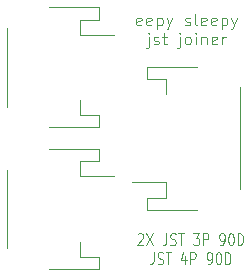
<source format=gbr>
%TF.GenerationSoftware,KiCad,Pcbnew,9.0.2*%
%TF.CreationDate,2025-06-01T02:56:30-04:00*%
%TF.ProjectId,merger,6d657267-6572-42e6-9b69-6361645f7063,rev?*%
%TF.SameCoordinates,Original*%
%TF.FileFunction,Legend,Top*%
%TF.FilePolarity,Positive*%
%FSLAX46Y46*%
G04 Gerber Fmt 4.6, Leading zero omitted, Abs format (unit mm)*
G04 Created by KiCad (PCBNEW 9.0.2) date 2025-06-01 02:56:30*
%MOMM*%
%LPD*%
G01*
G04 APERTURE LIST*
%ADD10C,0.100000*%
%ADD11C,0.120000*%
G04 APERTURE END LIST*
D10*
X124040475Y-61414856D02*
X123945237Y-61462475D01*
X123945237Y-61462475D02*
X123754761Y-61462475D01*
X123754761Y-61462475D02*
X123659523Y-61414856D01*
X123659523Y-61414856D02*
X123611904Y-61319617D01*
X123611904Y-61319617D02*
X123611904Y-60938665D01*
X123611904Y-60938665D02*
X123659523Y-60843427D01*
X123659523Y-60843427D02*
X123754761Y-60795808D01*
X123754761Y-60795808D02*
X123945237Y-60795808D01*
X123945237Y-60795808D02*
X124040475Y-60843427D01*
X124040475Y-60843427D02*
X124088094Y-60938665D01*
X124088094Y-60938665D02*
X124088094Y-61033903D01*
X124088094Y-61033903D02*
X123611904Y-61129141D01*
X124897618Y-61414856D02*
X124802380Y-61462475D01*
X124802380Y-61462475D02*
X124611904Y-61462475D01*
X124611904Y-61462475D02*
X124516666Y-61414856D01*
X124516666Y-61414856D02*
X124469047Y-61319617D01*
X124469047Y-61319617D02*
X124469047Y-60938665D01*
X124469047Y-60938665D02*
X124516666Y-60843427D01*
X124516666Y-60843427D02*
X124611904Y-60795808D01*
X124611904Y-60795808D02*
X124802380Y-60795808D01*
X124802380Y-60795808D02*
X124897618Y-60843427D01*
X124897618Y-60843427D02*
X124945237Y-60938665D01*
X124945237Y-60938665D02*
X124945237Y-61033903D01*
X124945237Y-61033903D02*
X124469047Y-61129141D01*
X125373809Y-60795808D02*
X125373809Y-61795808D01*
X125373809Y-60843427D02*
X125469047Y-60795808D01*
X125469047Y-60795808D02*
X125659523Y-60795808D01*
X125659523Y-60795808D02*
X125754761Y-60843427D01*
X125754761Y-60843427D02*
X125802380Y-60891046D01*
X125802380Y-60891046D02*
X125849999Y-60986284D01*
X125849999Y-60986284D02*
X125849999Y-61271998D01*
X125849999Y-61271998D02*
X125802380Y-61367236D01*
X125802380Y-61367236D02*
X125754761Y-61414856D01*
X125754761Y-61414856D02*
X125659523Y-61462475D01*
X125659523Y-61462475D02*
X125469047Y-61462475D01*
X125469047Y-61462475D02*
X125373809Y-61414856D01*
X126183333Y-60795808D02*
X126421428Y-61462475D01*
X126659523Y-60795808D02*
X126421428Y-61462475D01*
X126421428Y-61462475D02*
X126326190Y-61700570D01*
X126326190Y-61700570D02*
X126278571Y-61748189D01*
X126278571Y-61748189D02*
X126183333Y-61795808D01*
X127754762Y-61414856D02*
X127850000Y-61462475D01*
X127850000Y-61462475D02*
X128040476Y-61462475D01*
X128040476Y-61462475D02*
X128135714Y-61414856D01*
X128135714Y-61414856D02*
X128183333Y-61319617D01*
X128183333Y-61319617D02*
X128183333Y-61271998D01*
X128183333Y-61271998D02*
X128135714Y-61176760D01*
X128135714Y-61176760D02*
X128040476Y-61129141D01*
X128040476Y-61129141D02*
X127897619Y-61129141D01*
X127897619Y-61129141D02*
X127802381Y-61081522D01*
X127802381Y-61081522D02*
X127754762Y-60986284D01*
X127754762Y-60986284D02*
X127754762Y-60938665D01*
X127754762Y-60938665D02*
X127802381Y-60843427D01*
X127802381Y-60843427D02*
X127897619Y-60795808D01*
X127897619Y-60795808D02*
X128040476Y-60795808D01*
X128040476Y-60795808D02*
X128135714Y-60843427D01*
X128754762Y-61462475D02*
X128659524Y-61414856D01*
X128659524Y-61414856D02*
X128611905Y-61319617D01*
X128611905Y-61319617D02*
X128611905Y-60462475D01*
X129516667Y-61414856D02*
X129421429Y-61462475D01*
X129421429Y-61462475D02*
X129230953Y-61462475D01*
X129230953Y-61462475D02*
X129135715Y-61414856D01*
X129135715Y-61414856D02*
X129088096Y-61319617D01*
X129088096Y-61319617D02*
X129088096Y-60938665D01*
X129088096Y-60938665D02*
X129135715Y-60843427D01*
X129135715Y-60843427D02*
X129230953Y-60795808D01*
X129230953Y-60795808D02*
X129421429Y-60795808D01*
X129421429Y-60795808D02*
X129516667Y-60843427D01*
X129516667Y-60843427D02*
X129564286Y-60938665D01*
X129564286Y-60938665D02*
X129564286Y-61033903D01*
X129564286Y-61033903D02*
X129088096Y-61129141D01*
X130373810Y-61414856D02*
X130278572Y-61462475D01*
X130278572Y-61462475D02*
X130088096Y-61462475D01*
X130088096Y-61462475D02*
X129992858Y-61414856D01*
X129992858Y-61414856D02*
X129945239Y-61319617D01*
X129945239Y-61319617D02*
X129945239Y-60938665D01*
X129945239Y-60938665D02*
X129992858Y-60843427D01*
X129992858Y-60843427D02*
X130088096Y-60795808D01*
X130088096Y-60795808D02*
X130278572Y-60795808D01*
X130278572Y-60795808D02*
X130373810Y-60843427D01*
X130373810Y-60843427D02*
X130421429Y-60938665D01*
X130421429Y-60938665D02*
X130421429Y-61033903D01*
X130421429Y-61033903D02*
X129945239Y-61129141D01*
X130850001Y-60795808D02*
X130850001Y-61795808D01*
X130850001Y-60843427D02*
X130945239Y-60795808D01*
X130945239Y-60795808D02*
X131135715Y-60795808D01*
X131135715Y-60795808D02*
X131230953Y-60843427D01*
X131230953Y-60843427D02*
X131278572Y-60891046D01*
X131278572Y-60891046D02*
X131326191Y-60986284D01*
X131326191Y-60986284D02*
X131326191Y-61271998D01*
X131326191Y-61271998D02*
X131278572Y-61367236D01*
X131278572Y-61367236D02*
X131230953Y-61414856D01*
X131230953Y-61414856D02*
X131135715Y-61462475D01*
X131135715Y-61462475D02*
X130945239Y-61462475D01*
X130945239Y-61462475D02*
X130850001Y-61414856D01*
X131659525Y-60795808D02*
X131897620Y-61462475D01*
X132135715Y-60795808D02*
X131897620Y-61462475D01*
X131897620Y-61462475D02*
X131802382Y-61700570D01*
X131802382Y-61700570D02*
X131754763Y-61748189D01*
X131754763Y-61748189D02*
X131659525Y-61795808D01*
X124659524Y-62405752D02*
X124659524Y-63262895D01*
X124659524Y-63262895D02*
X124611905Y-63358133D01*
X124611905Y-63358133D02*
X124516667Y-63405752D01*
X124516667Y-63405752D02*
X124469048Y-63405752D01*
X124659524Y-62072419D02*
X124611905Y-62120038D01*
X124611905Y-62120038D02*
X124659524Y-62167657D01*
X124659524Y-62167657D02*
X124707143Y-62120038D01*
X124707143Y-62120038D02*
X124659524Y-62072419D01*
X124659524Y-62072419D02*
X124659524Y-62167657D01*
X125088095Y-63024800D02*
X125183333Y-63072419D01*
X125183333Y-63072419D02*
X125373809Y-63072419D01*
X125373809Y-63072419D02*
X125469047Y-63024800D01*
X125469047Y-63024800D02*
X125516666Y-62929561D01*
X125516666Y-62929561D02*
X125516666Y-62881942D01*
X125516666Y-62881942D02*
X125469047Y-62786704D01*
X125469047Y-62786704D02*
X125373809Y-62739085D01*
X125373809Y-62739085D02*
X125230952Y-62739085D01*
X125230952Y-62739085D02*
X125135714Y-62691466D01*
X125135714Y-62691466D02*
X125088095Y-62596228D01*
X125088095Y-62596228D02*
X125088095Y-62548609D01*
X125088095Y-62548609D02*
X125135714Y-62453371D01*
X125135714Y-62453371D02*
X125230952Y-62405752D01*
X125230952Y-62405752D02*
X125373809Y-62405752D01*
X125373809Y-62405752D02*
X125469047Y-62453371D01*
X125802381Y-62405752D02*
X126183333Y-62405752D01*
X125945238Y-62072419D02*
X125945238Y-62929561D01*
X125945238Y-62929561D02*
X125992857Y-63024800D01*
X125992857Y-63024800D02*
X126088095Y-63072419D01*
X126088095Y-63072419D02*
X126183333Y-63072419D01*
X127278572Y-62405752D02*
X127278572Y-63262895D01*
X127278572Y-63262895D02*
X127230953Y-63358133D01*
X127230953Y-63358133D02*
X127135715Y-63405752D01*
X127135715Y-63405752D02*
X127088096Y-63405752D01*
X127278572Y-62072419D02*
X127230953Y-62120038D01*
X127230953Y-62120038D02*
X127278572Y-62167657D01*
X127278572Y-62167657D02*
X127326191Y-62120038D01*
X127326191Y-62120038D02*
X127278572Y-62072419D01*
X127278572Y-62072419D02*
X127278572Y-62167657D01*
X127897619Y-63072419D02*
X127802381Y-63024800D01*
X127802381Y-63024800D02*
X127754762Y-62977180D01*
X127754762Y-62977180D02*
X127707143Y-62881942D01*
X127707143Y-62881942D02*
X127707143Y-62596228D01*
X127707143Y-62596228D02*
X127754762Y-62500990D01*
X127754762Y-62500990D02*
X127802381Y-62453371D01*
X127802381Y-62453371D02*
X127897619Y-62405752D01*
X127897619Y-62405752D02*
X128040476Y-62405752D01*
X128040476Y-62405752D02*
X128135714Y-62453371D01*
X128135714Y-62453371D02*
X128183333Y-62500990D01*
X128183333Y-62500990D02*
X128230952Y-62596228D01*
X128230952Y-62596228D02*
X128230952Y-62881942D01*
X128230952Y-62881942D02*
X128183333Y-62977180D01*
X128183333Y-62977180D02*
X128135714Y-63024800D01*
X128135714Y-63024800D02*
X128040476Y-63072419D01*
X128040476Y-63072419D02*
X127897619Y-63072419D01*
X128659524Y-63072419D02*
X128659524Y-62405752D01*
X128659524Y-62072419D02*
X128611905Y-62120038D01*
X128611905Y-62120038D02*
X128659524Y-62167657D01*
X128659524Y-62167657D02*
X128707143Y-62120038D01*
X128707143Y-62120038D02*
X128659524Y-62072419D01*
X128659524Y-62072419D02*
X128659524Y-62167657D01*
X129135714Y-62405752D02*
X129135714Y-63072419D01*
X129135714Y-62500990D02*
X129183333Y-62453371D01*
X129183333Y-62453371D02*
X129278571Y-62405752D01*
X129278571Y-62405752D02*
X129421428Y-62405752D01*
X129421428Y-62405752D02*
X129516666Y-62453371D01*
X129516666Y-62453371D02*
X129564285Y-62548609D01*
X129564285Y-62548609D02*
X129564285Y-63072419D01*
X130421428Y-63024800D02*
X130326190Y-63072419D01*
X130326190Y-63072419D02*
X130135714Y-63072419D01*
X130135714Y-63072419D02*
X130040476Y-63024800D01*
X130040476Y-63024800D02*
X129992857Y-62929561D01*
X129992857Y-62929561D02*
X129992857Y-62548609D01*
X129992857Y-62548609D02*
X130040476Y-62453371D01*
X130040476Y-62453371D02*
X130135714Y-62405752D01*
X130135714Y-62405752D02*
X130326190Y-62405752D01*
X130326190Y-62405752D02*
X130421428Y-62453371D01*
X130421428Y-62453371D02*
X130469047Y-62548609D01*
X130469047Y-62548609D02*
X130469047Y-62643847D01*
X130469047Y-62643847D02*
X129992857Y-62739085D01*
X130897619Y-63072419D02*
X130897619Y-62405752D01*
X130897619Y-62596228D02*
X130945238Y-62500990D01*
X130945238Y-62500990D02*
X130992857Y-62453371D01*
X130992857Y-62453371D02*
X131088095Y-62405752D01*
X131088095Y-62405752D02*
X131183333Y-62405752D01*
X123742855Y-79157713D02*
X123780951Y-79110094D01*
X123780951Y-79110094D02*
X123857141Y-79062475D01*
X123857141Y-79062475D02*
X124047617Y-79062475D01*
X124047617Y-79062475D02*
X124123808Y-79110094D01*
X124123808Y-79110094D02*
X124161903Y-79157713D01*
X124161903Y-79157713D02*
X124199998Y-79252951D01*
X124199998Y-79252951D02*
X124199998Y-79348189D01*
X124199998Y-79348189D02*
X124161903Y-79491046D01*
X124161903Y-79491046D02*
X123704760Y-80062475D01*
X123704760Y-80062475D02*
X124199998Y-80062475D01*
X124466665Y-79062475D02*
X124999999Y-80062475D01*
X124999999Y-79062475D02*
X124466665Y-80062475D01*
X126142856Y-79062475D02*
X126142856Y-79776760D01*
X126142856Y-79776760D02*
X126104761Y-79919617D01*
X126104761Y-79919617D02*
X126028570Y-80014856D01*
X126028570Y-80014856D02*
X125914285Y-80062475D01*
X125914285Y-80062475D02*
X125838094Y-80062475D01*
X126485713Y-80014856D02*
X126599999Y-80062475D01*
X126599999Y-80062475D02*
X126790475Y-80062475D01*
X126790475Y-80062475D02*
X126866666Y-80014856D01*
X126866666Y-80014856D02*
X126904761Y-79967236D01*
X126904761Y-79967236D02*
X126942856Y-79871998D01*
X126942856Y-79871998D02*
X126942856Y-79776760D01*
X126942856Y-79776760D02*
X126904761Y-79681522D01*
X126904761Y-79681522D02*
X126866666Y-79633903D01*
X126866666Y-79633903D02*
X126790475Y-79586284D01*
X126790475Y-79586284D02*
X126638094Y-79538665D01*
X126638094Y-79538665D02*
X126561904Y-79491046D01*
X126561904Y-79491046D02*
X126523809Y-79443427D01*
X126523809Y-79443427D02*
X126485713Y-79348189D01*
X126485713Y-79348189D02*
X126485713Y-79252951D01*
X126485713Y-79252951D02*
X126523809Y-79157713D01*
X126523809Y-79157713D02*
X126561904Y-79110094D01*
X126561904Y-79110094D02*
X126638094Y-79062475D01*
X126638094Y-79062475D02*
X126828571Y-79062475D01*
X126828571Y-79062475D02*
X126942856Y-79110094D01*
X127171428Y-79062475D02*
X127628571Y-79062475D01*
X127399999Y-80062475D02*
X127399999Y-79062475D01*
X128428571Y-79062475D02*
X128923809Y-79062475D01*
X128923809Y-79062475D02*
X128657143Y-79443427D01*
X128657143Y-79443427D02*
X128771428Y-79443427D01*
X128771428Y-79443427D02*
X128847619Y-79491046D01*
X128847619Y-79491046D02*
X128885714Y-79538665D01*
X128885714Y-79538665D02*
X128923809Y-79633903D01*
X128923809Y-79633903D02*
X128923809Y-79871998D01*
X128923809Y-79871998D02*
X128885714Y-79967236D01*
X128885714Y-79967236D02*
X128847619Y-80014856D01*
X128847619Y-80014856D02*
X128771428Y-80062475D01*
X128771428Y-80062475D02*
X128542857Y-80062475D01*
X128542857Y-80062475D02*
X128466666Y-80014856D01*
X128466666Y-80014856D02*
X128428571Y-79967236D01*
X129266667Y-80062475D02*
X129266667Y-79062475D01*
X129266667Y-79062475D02*
X129571429Y-79062475D01*
X129571429Y-79062475D02*
X129647619Y-79110094D01*
X129647619Y-79110094D02*
X129685714Y-79157713D01*
X129685714Y-79157713D02*
X129723810Y-79252951D01*
X129723810Y-79252951D02*
X129723810Y-79395808D01*
X129723810Y-79395808D02*
X129685714Y-79491046D01*
X129685714Y-79491046D02*
X129647619Y-79538665D01*
X129647619Y-79538665D02*
X129571429Y-79586284D01*
X129571429Y-79586284D02*
X129266667Y-79586284D01*
X130714286Y-80062475D02*
X130866667Y-80062475D01*
X130866667Y-80062475D02*
X130942857Y-80014856D01*
X130942857Y-80014856D02*
X130980953Y-79967236D01*
X130980953Y-79967236D02*
X131057143Y-79824379D01*
X131057143Y-79824379D02*
X131095238Y-79633903D01*
X131095238Y-79633903D02*
X131095238Y-79252951D01*
X131095238Y-79252951D02*
X131057143Y-79157713D01*
X131057143Y-79157713D02*
X131019048Y-79110094D01*
X131019048Y-79110094D02*
X130942857Y-79062475D01*
X130942857Y-79062475D02*
X130790476Y-79062475D01*
X130790476Y-79062475D02*
X130714286Y-79110094D01*
X130714286Y-79110094D02*
X130676191Y-79157713D01*
X130676191Y-79157713D02*
X130638095Y-79252951D01*
X130638095Y-79252951D02*
X130638095Y-79491046D01*
X130638095Y-79491046D02*
X130676191Y-79586284D01*
X130676191Y-79586284D02*
X130714286Y-79633903D01*
X130714286Y-79633903D02*
X130790476Y-79681522D01*
X130790476Y-79681522D02*
X130942857Y-79681522D01*
X130942857Y-79681522D02*
X131019048Y-79633903D01*
X131019048Y-79633903D02*
X131057143Y-79586284D01*
X131057143Y-79586284D02*
X131095238Y-79491046D01*
X131590477Y-79062475D02*
X131666667Y-79062475D01*
X131666667Y-79062475D02*
X131742858Y-79110094D01*
X131742858Y-79110094D02*
X131780953Y-79157713D01*
X131780953Y-79157713D02*
X131819048Y-79252951D01*
X131819048Y-79252951D02*
X131857143Y-79443427D01*
X131857143Y-79443427D02*
X131857143Y-79681522D01*
X131857143Y-79681522D02*
X131819048Y-79871998D01*
X131819048Y-79871998D02*
X131780953Y-79967236D01*
X131780953Y-79967236D02*
X131742858Y-80014856D01*
X131742858Y-80014856D02*
X131666667Y-80062475D01*
X131666667Y-80062475D02*
X131590477Y-80062475D01*
X131590477Y-80062475D02*
X131514286Y-80014856D01*
X131514286Y-80014856D02*
X131476191Y-79967236D01*
X131476191Y-79967236D02*
X131438096Y-79871998D01*
X131438096Y-79871998D02*
X131400000Y-79681522D01*
X131400000Y-79681522D02*
X131400000Y-79443427D01*
X131400000Y-79443427D02*
X131438096Y-79252951D01*
X131438096Y-79252951D02*
X131476191Y-79157713D01*
X131476191Y-79157713D02*
X131514286Y-79110094D01*
X131514286Y-79110094D02*
X131590477Y-79062475D01*
X132200001Y-80062475D02*
X132200001Y-79062475D01*
X132200001Y-79062475D02*
X132390477Y-79062475D01*
X132390477Y-79062475D02*
X132504763Y-79110094D01*
X132504763Y-79110094D02*
X132580953Y-79205332D01*
X132580953Y-79205332D02*
X132619048Y-79300570D01*
X132619048Y-79300570D02*
X132657144Y-79491046D01*
X132657144Y-79491046D02*
X132657144Y-79633903D01*
X132657144Y-79633903D02*
X132619048Y-79824379D01*
X132619048Y-79824379D02*
X132580953Y-79919617D01*
X132580953Y-79919617D02*
X132504763Y-80014856D01*
X132504763Y-80014856D02*
X132390477Y-80062475D01*
X132390477Y-80062475D02*
X132200001Y-80062475D01*
X125076189Y-80672419D02*
X125076189Y-81386704D01*
X125076189Y-81386704D02*
X125038094Y-81529561D01*
X125038094Y-81529561D02*
X124961903Y-81624800D01*
X124961903Y-81624800D02*
X124847618Y-81672419D01*
X124847618Y-81672419D02*
X124771427Y-81672419D01*
X125419046Y-81624800D02*
X125533332Y-81672419D01*
X125533332Y-81672419D02*
X125723808Y-81672419D01*
X125723808Y-81672419D02*
X125799999Y-81624800D01*
X125799999Y-81624800D02*
X125838094Y-81577180D01*
X125838094Y-81577180D02*
X125876189Y-81481942D01*
X125876189Y-81481942D02*
X125876189Y-81386704D01*
X125876189Y-81386704D02*
X125838094Y-81291466D01*
X125838094Y-81291466D02*
X125799999Y-81243847D01*
X125799999Y-81243847D02*
X125723808Y-81196228D01*
X125723808Y-81196228D02*
X125571427Y-81148609D01*
X125571427Y-81148609D02*
X125495237Y-81100990D01*
X125495237Y-81100990D02*
X125457142Y-81053371D01*
X125457142Y-81053371D02*
X125419046Y-80958133D01*
X125419046Y-80958133D02*
X125419046Y-80862895D01*
X125419046Y-80862895D02*
X125457142Y-80767657D01*
X125457142Y-80767657D02*
X125495237Y-80720038D01*
X125495237Y-80720038D02*
X125571427Y-80672419D01*
X125571427Y-80672419D02*
X125761904Y-80672419D01*
X125761904Y-80672419D02*
X125876189Y-80720038D01*
X126104761Y-80672419D02*
X126561904Y-80672419D01*
X126333332Y-81672419D02*
X126333332Y-80672419D01*
X127780952Y-81005752D02*
X127780952Y-81672419D01*
X127590476Y-80624800D02*
X127399999Y-81339085D01*
X127399999Y-81339085D02*
X127895238Y-81339085D01*
X128200000Y-81672419D02*
X128200000Y-80672419D01*
X128200000Y-80672419D02*
X128504762Y-80672419D01*
X128504762Y-80672419D02*
X128580952Y-80720038D01*
X128580952Y-80720038D02*
X128619047Y-80767657D01*
X128619047Y-80767657D02*
X128657143Y-80862895D01*
X128657143Y-80862895D02*
X128657143Y-81005752D01*
X128657143Y-81005752D02*
X128619047Y-81100990D01*
X128619047Y-81100990D02*
X128580952Y-81148609D01*
X128580952Y-81148609D02*
X128504762Y-81196228D01*
X128504762Y-81196228D02*
X128200000Y-81196228D01*
X129647619Y-81672419D02*
X129800000Y-81672419D01*
X129800000Y-81672419D02*
X129876190Y-81624800D01*
X129876190Y-81624800D02*
X129914286Y-81577180D01*
X129914286Y-81577180D02*
X129990476Y-81434323D01*
X129990476Y-81434323D02*
X130028571Y-81243847D01*
X130028571Y-81243847D02*
X130028571Y-80862895D01*
X130028571Y-80862895D02*
X129990476Y-80767657D01*
X129990476Y-80767657D02*
X129952381Y-80720038D01*
X129952381Y-80720038D02*
X129876190Y-80672419D01*
X129876190Y-80672419D02*
X129723809Y-80672419D01*
X129723809Y-80672419D02*
X129647619Y-80720038D01*
X129647619Y-80720038D02*
X129609524Y-80767657D01*
X129609524Y-80767657D02*
X129571428Y-80862895D01*
X129571428Y-80862895D02*
X129571428Y-81100990D01*
X129571428Y-81100990D02*
X129609524Y-81196228D01*
X129609524Y-81196228D02*
X129647619Y-81243847D01*
X129647619Y-81243847D02*
X129723809Y-81291466D01*
X129723809Y-81291466D02*
X129876190Y-81291466D01*
X129876190Y-81291466D02*
X129952381Y-81243847D01*
X129952381Y-81243847D02*
X129990476Y-81196228D01*
X129990476Y-81196228D02*
X130028571Y-81100990D01*
X130523810Y-80672419D02*
X130600000Y-80672419D01*
X130600000Y-80672419D02*
X130676191Y-80720038D01*
X130676191Y-80720038D02*
X130714286Y-80767657D01*
X130714286Y-80767657D02*
X130752381Y-80862895D01*
X130752381Y-80862895D02*
X130790476Y-81053371D01*
X130790476Y-81053371D02*
X130790476Y-81291466D01*
X130790476Y-81291466D02*
X130752381Y-81481942D01*
X130752381Y-81481942D02*
X130714286Y-81577180D01*
X130714286Y-81577180D02*
X130676191Y-81624800D01*
X130676191Y-81624800D02*
X130600000Y-81672419D01*
X130600000Y-81672419D02*
X130523810Y-81672419D01*
X130523810Y-81672419D02*
X130447619Y-81624800D01*
X130447619Y-81624800D02*
X130409524Y-81577180D01*
X130409524Y-81577180D02*
X130371429Y-81481942D01*
X130371429Y-81481942D02*
X130333333Y-81291466D01*
X130333333Y-81291466D02*
X130333333Y-81053371D01*
X130333333Y-81053371D02*
X130371429Y-80862895D01*
X130371429Y-80862895D02*
X130409524Y-80767657D01*
X130409524Y-80767657D02*
X130447619Y-80720038D01*
X130447619Y-80720038D02*
X130523810Y-80672419D01*
X131133334Y-81672419D02*
X131133334Y-80672419D01*
X131133334Y-80672419D02*
X131323810Y-80672419D01*
X131323810Y-80672419D02*
X131438096Y-80720038D01*
X131438096Y-80720038D02*
X131514286Y-80815276D01*
X131514286Y-80815276D02*
X131552381Y-80910514D01*
X131552381Y-80910514D02*
X131590477Y-81100990D01*
X131590477Y-81100990D02*
X131590477Y-81243847D01*
X131590477Y-81243847D02*
X131552381Y-81434323D01*
X131552381Y-81434323D02*
X131514286Y-81529561D01*
X131514286Y-81529561D02*
X131438096Y-81624800D01*
X131438096Y-81624800D02*
X131323810Y-81672419D01*
X131323810Y-81672419D02*
X131133334Y-81672419D01*
D11*
%TO.C,J2*%
X112640000Y-73660000D02*
X112640000Y-80340000D01*
X116210000Y-71940000D02*
X120460000Y-71940000D01*
X116210000Y-82060000D02*
X120460000Y-82060000D01*
X118860000Y-72960000D02*
X118860000Y-74240000D01*
X118860000Y-74240000D02*
X121750000Y-74240000D01*
X118860000Y-81040000D02*
X118860000Y-79760000D01*
X120460000Y-71940000D02*
X120460000Y-72960000D01*
X120460000Y-72960000D02*
X118860000Y-72960000D01*
X120460000Y-81040000D02*
X118860000Y-81040000D01*
X120460000Y-82060000D02*
X120460000Y-81040000D01*
%TO.C,J1*%
X112640000Y-61660000D02*
X112640000Y-68340000D01*
X116210000Y-59940000D02*
X120460000Y-59940000D01*
X116210000Y-70060000D02*
X120460000Y-70060000D01*
X118860000Y-60960000D02*
X118860000Y-62240000D01*
X118860000Y-62240000D02*
X121750000Y-62240000D01*
X118860000Y-69040000D02*
X118860000Y-67760000D01*
X120460000Y-59940000D02*
X120460000Y-60960000D01*
X120460000Y-60960000D02*
X118860000Y-60960000D01*
X120460000Y-69040000D02*
X118860000Y-69040000D01*
X120460000Y-70060000D02*
X120460000Y-69040000D01*
%TO.C,J3*%
X124540000Y-64940000D02*
X124540000Y-65960000D01*
X124540000Y-65960000D02*
X126140000Y-65960000D01*
X124540000Y-76040000D02*
X126140000Y-76040000D01*
X124540000Y-77060000D02*
X124540000Y-76040000D01*
X126140000Y-65960000D02*
X126140000Y-67240000D01*
X126140000Y-74760000D02*
X123250000Y-74760000D01*
X126140000Y-76040000D02*
X126140000Y-74760000D01*
X128790000Y-64940000D02*
X124540000Y-64940000D01*
X128790000Y-77060000D02*
X124540000Y-77060000D01*
X132360000Y-75340000D02*
X132360000Y-66660000D01*
%TD*%
M02*

</source>
